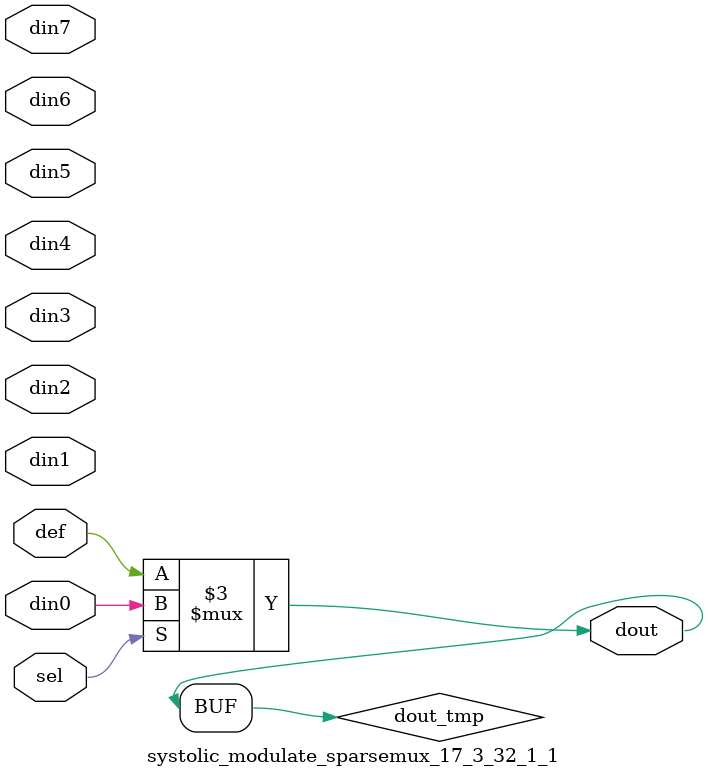
<source format=v>
`timescale 1ns / 1ps

module systolic_modulate_sparsemux_17_3_32_1_1 (din0,din1,din2,din3,din4,din5,din6,din7,def,sel,dout);

parameter din0_WIDTH = 1;

parameter din1_WIDTH = 1;

parameter din2_WIDTH = 1;

parameter din3_WIDTH = 1;

parameter din4_WIDTH = 1;

parameter din5_WIDTH = 1;

parameter din6_WIDTH = 1;

parameter din7_WIDTH = 1;

parameter def_WIDTH = 1;
parameter sel_WIDTH = 1;
parameter dout_WIDTH = 1;

parameter [sel_WIDTH-1:0] CASE0 = 1;

parameter [sel_WIDTH-1:0] CASE1 = 1;

parameter [sel_WIDTH-1:0] CASE2 = 1;

parameter [sel_WIDTH-1:0] CASE3 = 1;

parameter [sel_WIDTH-1:0] CASE4 = 1;

parameter [sel_WIDTH-1:0] CASE5 = 1;

parameter [sel_WIDTH-1:0] CASE6 = 1;

parameter [sel_WIDTH-1:0] CASE7 = 1;

parameter ID = 1;
parameter NUM_STAGE = 1;



input [din0_WIDTH-1:0] din0;

input [din1_WIDTH-1:0] din1;

input [din2_WIDTH-1:0] din2;

input [din3_WIDTH-1:0] din3;

input [din4_WIDTH-1:0] din4;

input [din5_WIDTH-1:0] din5;

input [din6_WIDTH-1:0] din6;

input [din7_WIDTH-1:0] din7;

input [def_WIDTH-1:0] def;
input [sel_WIDTH-1:0] sel;

output [dout_WIDTH-1:0] dout;



reg [dout_WIDTH-1:0] dout_tmp;

always @ (*) begin
case (sel)
    
    CASE0 : dout_tmp = din0;
    
    CASE1 : dout_tmp = din1;
    
    CASE2 : dout_tmp = din2;
    
    CASE3 : dout_tmp = din3;
    
    CASE4 : dout_tmp = din4;
    
    CASE5 : dout_tmp = din5;
    
    CASE6 : dout_tmp = din6;
    
    CASE7 : dout_tmp = din7;
    
    default : dout_tmp = def;
endcase
end


assign dout = dout_tmp;



endmodule

</source>
